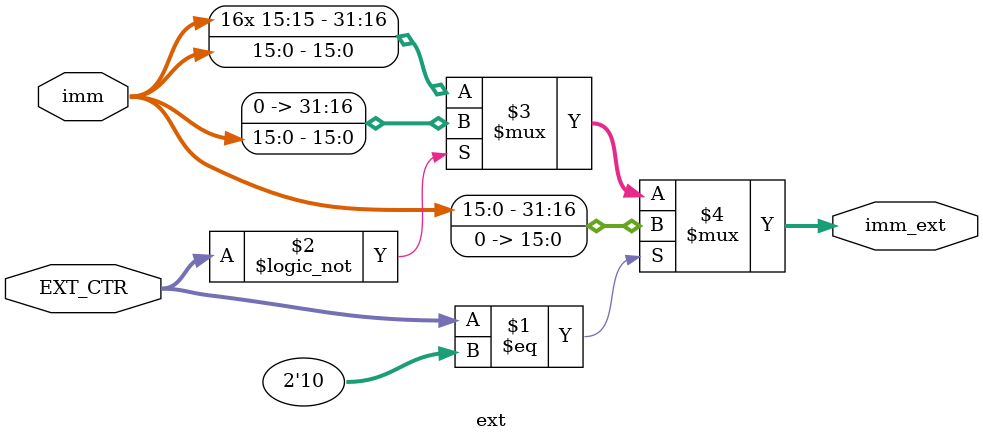
<source format=v>
`timescale 1ns / 1ps


module ext(
    input [15:0] imm,
    input [1:0] EXT_CTR,
    output [31:0] imm_ext
    );

    assign imm_ext = (EXT_CTR == 2'b10)? {imm, 16'b0}:
                     (EXT_CTR == 2'b00)? {16'b0, imm}:
                                         {{16{imm[15]}}, imm};
                                         

endmodule

</source>
